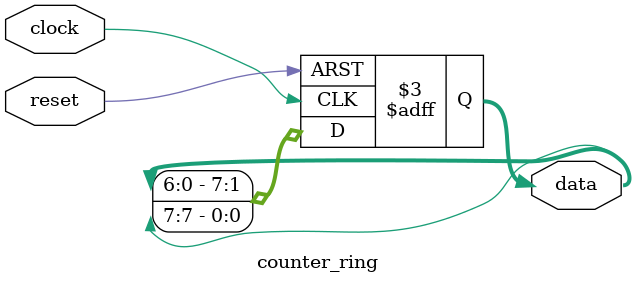
<source format=v>
module counter_ring
#(
	parameter WIDTH = 8
)
(
	input wire clock,
	input wire reset,
	output reg[WIDTH-1:0] data
);

initial
	data = 1;

always @(posedge clock or posedge reset)
	if (reset)
		data <= 1;
	else
		data <= {data[WIDTH-2:0], data[WIDTH-1]};

endmodule

</source>
